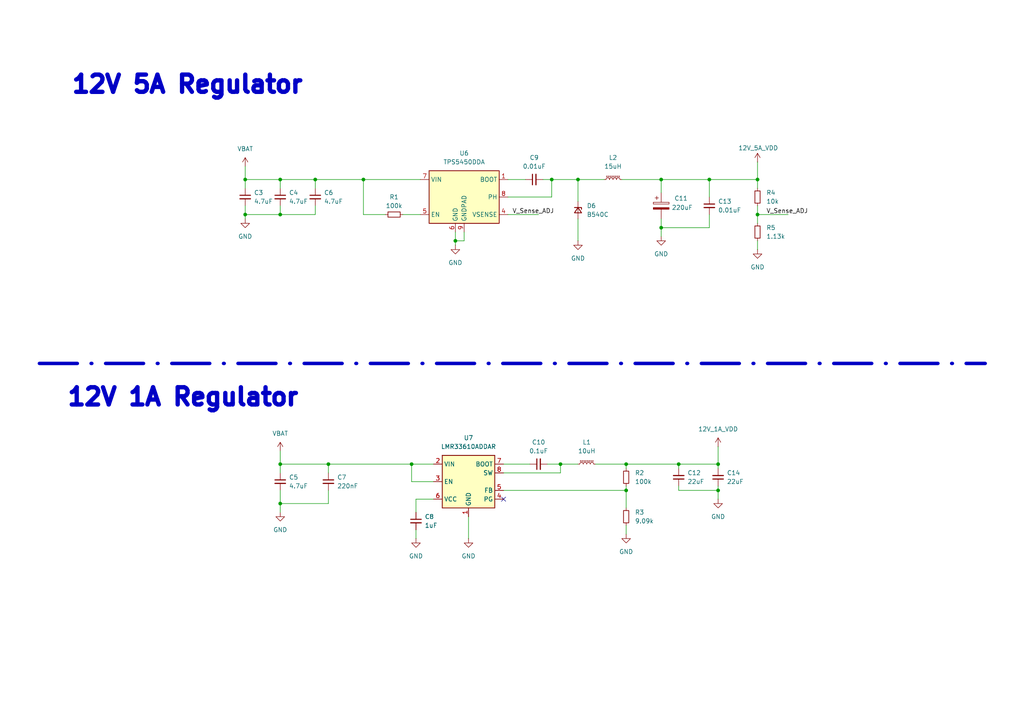
<source format=kicad_sch>
(kicad_sch (version 20250114) (generator "eeschema") (generator_version "9.0")
  (paper "A4")
  (title_block (title "12V Regülatörler") (date "03.05.2025") (rev "Rev2") (company "Dronmarket") (comment 3 "Yusuf Karaböcek") (comment 4 "Designed by"))
  (lib_symbols
    (symbol "Device:C_Polarized" (pin_numbers (hide yes)) (pin_names (offset 0.254))
      (property "Reference" "C" (at 0.635 2.54 0))
      (property "Value" "C_Polarized" (at 0.635 -2.54 0))
      (symbol "C_Polarized_0_1"
        (rectangle (start -2.286 0.508) (end 2.286 1.016))
        (polyline (pts (xy -1.778 2.286) (xy -0.762 2.286)))
        (polyline (pts (xy -1.27 2.794) (xy -1.27 1.778)))
        (rectangle (start 2.286 -0.508) (end -2.286 -1.016) (fill (type outline)))
      )
      (symbol "C_Polarized_1_1"
        (pin passive line (at 0 3.81 270) (length 2.794) (name "~") (number "1"))
        (pin passive line (at 0 -3.81 90) (length 2.794) (name "~") (number "2"))
      )
    )
    (symbol "Device:C_Small" (pin_numbers (hide yes)) (pin_names (offset 0.254) (hide yes))
      (property "Reference" "C" (at 0.254 1.778 0))
      (property "Value" "C_Small" (at 0.254 -2.032 0))
      (symbol "C_Small_0_1"
        (polyline (pts (xy -1.524 0.508) (xy 1.524 0.508)) (stroke (width 0.3048)))
        (polyline (pts (xy -1.524 -0.508) (xy 1.524 -0.508)) (stroke (width 0.3302)))
      )
      (symbol "C_Small_1_1"
        (pin passive line (at 0 2.54 270) (length 2.032) (name "~") (number "1"))
        (pin passive line (at 0 -2.54 90) (length 2.032) (name "~") (number "2"))
      )
    )
    (symbol "Device:D_Zener_Small" (pin_numbers (hide yes)) (pin_names (offset 0.254) (hide yes))
      (property "Reference" "D" (at 0 2.286 0))
      (property "Value" "D_Zener_Small" (at 0 -2.286 0))
      (symbol "D_Zener_Small_0_1"
        (polyline (pts (xy -0.254 1.016) (xy -0.762 1.016) (xy -0.762 -1.016)) (stroke (width 0.254)))
        (polyline (pts (xy 0.762 1.016) (xy -0.762 0) (xy 0.762 -1.016) (xy 0.762 1.016)) (stroke (width 0.254)))
        (polyline (pts (xy 0.762 0) (xy -0.762 0)))
      )
      (symbol "D_Zener_Small_1_1"
        (pin passive line (at -2.54 0 0) (length 1.778) (name "K") (number "1"))
        (pin passive line (at 2.54 0 180) (length 1.778) (name "A") (number "2"))
      )
    )
    (symbol "Device:L_Ferrite_Small" (pin_numbers (hide yes)) (pin_names (offset 0.254) (hide yes))
      (property "Reference" "L" (at 1.27 1.016 0))
      (property "Value" "L_Ferrite_Small" (at 1.27 -1.27 0))
      (symbol "L_Ferrite_Small_0_1"
        (arc (start 0 2.032) (mid 0.5058 1.524) (end 0 1.016))
        (arc (start 0 1.016) (mid 0.5058 0.508) (end 0 0))
        (arc (start 0 0) (mid 0.5058 -0.508) (end 0 -1.016))
        (arc (start 0 -1.016) (mid 0.5058 -1.524) (end 0 -2.032))
        (polyline (pts (xy 0.762 1.651) (xy 0.762 1.905)))
        (polyline (pts (xy 0.762 1.143) (xy 0.762 1.397)))
        (polyline (pts (xy 0.762 0.635) (xy 0.762 0.889)))
        (polyline (pts (xy 0.762 0.127) (xy 0.762 0.381)))
        (polyline (pts (xy 0.762 -0.381) (xy 0.762 -0.127)))
        (polyline (pts (xy 0.762 -0.889) (xy 0.762 -0.635)))
        (polyline (pts (xy 0.762 -1.397) (xy 0.762 -1.143)))
        (polyline (pts (xy 0.762 -1.905) (xy 0.762 -1.651)))
        (polyline (pts (xy 1.016 1.905) (xy 1.016 1.651)))
        (polyline (pts (xy 1.016 1.397) (xy 1.016 1.143)))
        (polyline (pts (xy 1.016 0.889) (xy 1.016 0.635)))
        (polyline (pts (xy 1.016 0.381) (xy 1.016 0.127)))
        (polyline (pts (xy 1.016 -0.127) (xy 1.016 -0.381)))
        (polyline (pts (xy 1.016 -0.635) (xy 1.016 -0.889)))
        (polyline (pts (xy 1.016 -1.143) (xy 1.016 -1.397)))
        (polyline (pts (xy 1.016 -1.651) (xy 1.016 -1.905)))
      )
      (symbol "L_Ferrite_Small_1_1"
        (pin passive line (at 0 2.54 270) (length 0.508) (name "~") (number "1"))
        (pin passive line (at 0 -2.54 90) (length 0.508) (name "~") (number "2"))
      )
    )
    (symbol "Device:R_Small" (pin_numbers (hide yes)) (pin_names (offset 0.254) (hide yes))
      (property "Reference" "R" (at 0.762 0.508 0))
      (property "Value" "R_Small" (at 0.762 -1.016 0))
      (symbol "R_Small_0_1"
        (rectangle (start -0.762 1.778) (end 0.762 -1.778) (stroke (width 0.2032)))
      )
      (symbol "R_Small_1_1"
        (pin passive line (at 0 2.54 270) (length 0.762) (name "~") (number "1"))
        (pin passive line (at 0 -2.54 90) (length 0.762) (name "~") (number "2"))
      )
    )
    (symbol "Regulator_Switching:LMR33610ADDAR"
      (property "Reference" "U" (at 0 11.43 0))
      (property "Value" "LMR33610ADDAR" (at 0 8.89 0))
      (symbol "LMR33610ADDAR_0_1"
        (rectangle (start -7.62 7.62) (end 7.62 -7.62) (stroke (width 0.254)) (fill (type background)))
      )
      (symbol "LMR33610ADDAR_1_1"
        (pin power_in line (at -10.16 5.08 0) (length 2.54) (name "VIN") (number "2"))
        (pin input line (at -10.16 0 0) (length 2.54) (name "EN") (number "3"))
        (pin power_out line (at -10.16 -5.08 0) (length 2.54) (name "VCC") (number "6"))
        (pin power_in line (at 0 -10.16 90) (length 2.54) (name "GND") (number "1"))
        (pin passive line (at 0 -10.16 90) (length 2.54) (hide yes) (name "GND") (number "9"))
        (pin input line (at 10.16 5.08 180) (length 2.54) (name "BOOT") (number "7"))
        (pin output line (at 10.16 2.54 180) (length 2.54) (name "SW") (number "8"))
        (pin input line (at 10.16 -2.54 180) (length 2.54) (name "FB") (number "5"))
        (pin open_collector line (at 10.16 -5.08 180) (length 2.54) (name "PG") (number "4"))
      )
    )
    (symbol "Regulator_Switching:TPS5430DDA"
      (property "Reference" "U" (at -10.16 8.89 0))
      (property "Value" "TPS5430DDA" (at -1.27 8.89 0))
      (symbol "TPS5430DDA_0_1"
        (rectangle (start -10.16 7.62) (end 10.16 -7.62) (stroke (width 0.254)) (fill (type background)))
      )
      (symbol "TPS5430DDA_1_1"
        (pin power_in line (at -12.7 5.08 0) (length 2.54) (name "VIN") (number "7"))
        (pin input line (at -12.7 -5.08 0) (length 2.54) (name "EN") (number "5"))
        (pin no_connect line (at -10.16 2.54 0) (length 2.54) (hide yes) (name "NC") (number "2"))
        (pin no_connect line (at -10.16 -2.54 0) (length 2.54) (hide yes) (name "NC") (number "3"))
        (pin power_in line (at -2.54 -10.16 90) (length 2.54) (name "GND") (number "6"))
        (pin power_in line (at 0 -10.16 90) (length 2.54) (name "GNDPAD") (number "9"))
        (pin input line (at 12.7 5.08 180) (length 2.54) (name "BOOT") (number "1"))
        (pin output line (at 12.7 0 180) (length 2.54) (name "PH") (number "8"))
        (pin input line (at 12.7 -5.08 180) (length 2.54) (name "VSENSE") (number "4"))
      )
    )
    (symbol "power:GND" (power) (pin_numbers (hide yes)) (pin_names (offset 0) (hide yes))
      (property "Value" "GND" (at 0 -3.81 0))
      (symbol "GND_0_1"
        (polyline (pts (xy 0 0) (xy 0 -1.27) (xy 1.27 -1.27) (xy 0 -2.54) (xy -1.27 -1.27) (xy 0 -1.27)))
      )
      (symbol "GND_1_1"
        (pin power_in line (at 0 0 270) (length 0) (name "~") (number "1"))
      )
    )
    (symbol "power:VDD" (power) (pin_numbers (hide yes)) (pin_names (offset 0) (hide yes))
      (property "Value" "VDD" (at 0 3.556 0))
      (symbol "VDD_0_1"
        (polyline (pts (xy -0.762 1.27) (xy 0 2.54)))
        (polyline (pts (xy 0 2.54) (xy 0.762 1.27)))
        (polyline (pts (xy 0 0) (xy 0 2.54)))
      )
      (symbol "VDD_1_1"
        (pin power_in line (at 0 0 90) (length 0) (name "~") (number "1"))
      )
    )
  )
  (text "12V 5A Regulator\n" (at 54.356 24.638 0) (effects (font (size 5 5) (thickness 1.4) (bold yes))))
  (text "12V 1A Regulator\n" (at 53.086 115.316 0) (effects (font (size 5 5) (thickness 1.4) (bold yes))))
  (junction (at 191.77 66.04))
  (junction (at 91.44 52.07))
  (junction (at 162.56 134.62))
  (junction (at 205.74 52.07))
  (junction (at 167.64 52.07))
  (junction (at 81.28 134.62))
  (junction (at 181.61 142.24))
  (junction (at 208.28 142.24))
  (junction (at 81.28 146.05))
  (junction (at 196.85 134.62))
  (junction (at 81.28 52.07))
  (junction (at 81.28 62.23))
  (junction (at 119.38 134.62))
  (junction (at 71.12 52.07))
  (junction (at 181.61 134.62))
  (junction (at 105.41 52.07))
  (junction (at 95.25 134.62))
  (junction (at 160.02 52.07))
  (junction (at 219.71 52.07))
  (junction (at 132.08 69.85))
  (junction (at 71.12 62.23))
  (junction (at 191.77 52.07))
  (junction (at 208.28 134.62))
  (junction (at 219.71 62.23))
  (no_connect (at 146.05 144.78))
  (wire (pts (xy 81.28 146.05) (xy 81.28 148.59)))
  (wire (pts (xy 146.05 134.62) (xy 153.67 134.62)))
  (wire (pts (xy 95.25 146.05) (xy 81.28 146.05)))
  (wire (pts (xy 81.28 62.23) (xy 71.12 62.23)))
  (wire (pts (xy 181.61 140.97) (xy 181.61 142.24)))
  (wire (pts (xy 181.61 134.62) (xy 172.72 134.62)))
  (wire (pts (xy 181.61 135.89) (xy 181.61 134.62)))
  (wire (pts (xy 196.85 135.89) (xy 196.85 134.62)))
  (wire (pts (xy 219.71 52.07) (xy 205.74 52.07)))
  (wire (pts (xy 71.12 48.26) (xy 71.12 52.07)))
  (wire (pts (xy 191.77 63.5) (xy 191.77 66.04)))
  (wire (pts (xy 208.28 140.97) (xy 208.28 142.24)))
  (wire (pts (xy 162.56 137.16) (xy 162.56 134.62)))
  (wire (pts (xy 160.02 52.07) (xy 167.64 52.07)))
  (wire (pts (xy 81.28 59.69) (xy 81.28 62.23)))
  (wire (pts (xy 125.73 139.7) (xy 119.38 139.7)))
  (wire (pts (xy 71.12 54.61) (xy 71.12 52.07)))
  (wire (pts (xy 167.64 63.5) (xy 167.64 69.85)))
  (wire (pts (xy 135.89 149.86) (xy 135.89 156.21)))
  (wire (pts (xy 196.85 140.97) (xy 196.85 142.24)))
  (wire (pts (xy 81.28 52.07) (xy 91.44 52.07)))
  (wire (pts (xy 146.05 142.24) (xy 181.61 142.24)))
  (wire (pts (xy 158.75 134.62) (xy 162.56 134.62)))
  (wire (pts (xy 95.25 134.62) (xy 119.38 134.62)))
  (wire (pts (xy 219.71 69.85) (xy 219.71 72.39)))
  (wire (pts (xy 167.64 52.07) (xy 167.64 58.42)))
  (wire (pts (xy 219.71 46.99) (xy 219.71 52.07)))
  (wire (pts (xy 208.28 135.89) (xy 208.28 134.62)))
  (wire (pts (xy 147.32 52.07) (xy 152.4 52.07)))
  (wire (pts (xy 147.32 57.15) (xy 160.02 57.15)))
  (wire (pts (xy 121.92 52.07) (xy 105.41 52.07)))
  (wire (pts (xy 146.05 137.16) (xy 162.56 137.16)))
  (wire (pts (xy 205.74 66.04) (xy 191.77 66.04)))
  (wire (pts (xy 120.65 144.78) (xy 125.73 144.78)))
  (wire (pts (xy 81.28 142.24) (xy 81.28 146.05)))
  (wire (pts (xy 162.56 134.62) (xy 167.64 134.62)))
  (wire (pts (xy 71.12 62.23) (xy 71.12 63.5)))
  (wire (pts (xy 196.85 142.24) (xy 208.28 142.24)))
  (wire (pts (xy 119.38 134.62) (xy 125.73 134.62)))
  (wire (pts (xy 105.41 52.07) (xy 91.44 52.07)))
  (wire (pts (xy 105.41 62.23) (xy 105.41 52.07)))
  (wire (pts (xy 132.08 67.31) (xy 132.08 69.85)))
  (wire (pts (xy 191.77 66.04) (xy 191.77 68.58)))
  (wire (pts (xy 147.32 62.23) (xy 156.21 62.23)))
  (wire (pts (xy 205.74 52.07) (xy 191.77 52.07)))
  (wire (pts (xy 111.76 62.23) (xy 105.41 62.23)))
  (wire (pts (xy 205.74 62.23) (xy 205.74 66.04)))
  (wire (pts (xy 181.61 142.24) (xy 181.61 147.32)))
  (wire (pts (xy 205.74 57.15) (xy 205.74 52.07)))
  (wire (pts (xy 95.25 137.16) (xy 95.25 134.62)))
  (polyline (pts (xy 11.43 105.41) (xy 285.75 105.41)) (stroke (width 1) (type dash_dot)))
  (wire (pts (xy 219.71 62.23) (xy 219.71 64.77)))
  (wire (pts (xy 219.71 62.23) (xy 228.6 62.23)))
  (wire (pts (xy 91.44 62.23) (xy 81.28 62.23)))
  (wire (pts (xy 181.61 152.4) (xy 181.61 154.94)))
  (wire (pts (xy 95.25 134.62) (xy 81.28 134.62)))
  (wire (pts (xy 167.64 52.07) (xy 175.26 52.07)))
  (wire (pts (xy 71.12 59.69) (xy 71.12 62.23)))
  (wire (pts (xy 116.84 62.23) (xy 121.92 62.23)))
  (wire (pts (xy 134.62 69.85) (xy 132.08 69.85)))
  (wire (pts (xy 120.65 153.67) (xy 120.65 156.21)))
  (wire (pts (xy 196.85 134.62) (xy 181.61 134.62)))
  (wire (pts (xy 208.28 134.62) (xy 196.85 134.62)))
  (wire (pts (xy 71.12 52.07) (xy 81.28 52.07)))
  (wire (pts (xy 180.34 52.07) (xy 191.77 52.07)))
  (wire (pts (xy 160.02 57.15) (xy 160.02 52.07)))
  (wire (pts (xy 81.28 54.61) (xy 81.28 52.07)))
  (wire (pts (xy 119.38 139.7) (xy 119.38 134.62)))
  (wire (pts (xy 219.71 54.61) (xy 219.71 52.07)))
  (wire (pts (xy 134.62 67.31) (xy 134.62 69.85)))
  (wire (pts (xy 91.44 59.69) (xy 91.44 62.23)))
  (wire (pts (xy 208.28 129.54) (xy 208.28 134.62)))
  (wire (pts (xy 81.28 130.81) (xy 81.28 134.62)))
  (wire (pts (xy 91.44 52.07) (xy 91.44 54.61)))
  (wire (pts (xy 120.65 148.59) (xy 120.65 144.78)))
  (wire (pts (xy 219.71 59.69) (xy 219.71 62.23)))
  (wire (pts (xy 157.48 52.07) (xy 160.02 52.07)))
  (wire (pts (xy 132.08 69.85) (xy 132.08 71.12)))
  (wire (pts (xy 208.28 142.24) (xy 208.28 144.78)))
  (wire (pts (xy 191.77 52.07) (xy 191.77 55.88)))
  (wire (pts (xy 95.25 142.24) (xy 95.25 146.05)))
  (wire (pts (xy 81.28 134.62) (xy 81.28 137.16)))
  (label "V_Sense_ADJ" (at 222.25 62.23 0))
  (label "V_Sense_ADJ" (at 148.59 62.23 0))
  (symbol (lib_id "power:GND") (at 81.28 148.59 0) (unit 1)
    (property "Reference" "#PWR024" (effects (hide yes)))
    (property "Value" "GND" (at 81.28 153.67 0))
    (property "Description" "Power symbol creates a global label with name \"GND\" , ground" (effects (hide yes)))
  )
  (symbol (lib_id "power:VDD") (at 219.71 46.99 0) (unit 1)
    (property "Reference" "#PWR033" (effects (hide yes)))
    (property "Value" "12V_5A_VDD" (at 214.122 42.926 0) (effects (justify left)))
    (property "Description" "Power symbol creates a global label with name \"VDD\"" (effects (hide yes)))
  )
  (symbol (lib_id "Device:C_Small") (at 205.74 59.69 0) (unit 1)
    (property "Reference" "C13" (at 208.28 58.4262 0) (effects (justify left)))
    (property "Value" "0.01uF" (at 208.28 60.9662 0) (effects (justify left)))
    (property "Footprint" "Capacitor_SMD:C_0603_1608Metric_Pad1.08x0.95mm_HandSolder" (effects (hide yes)))
    (property "Description" "Unpolarized capacitor, small symbol" (effects (hide yes)))
  )
  (symbol (lib_id "Device:C_Small") (at 91.44 57.15 0) (unit 1)
    (property "Reference" "C6" (at 93.98 55.8862 0) (effects (justify left)))
    (property "Value" "4.7uF" (at 93.98 58.4262 0) (effects (justify left)))
    (property "Footprint" "Capacitor_SMD:C_0603_1608Metric_Pad1.08x0.95mm_HandSolder" (effects (hide yes)))
    (property "Description" "Unpolarized capacitor, small symbol" (effects (hide yes)))
  )
  (symbol (lib_id "Device:C_Small") (at 154.94 52.07 90) (unit 1)
    (property "Reference" "C9" (at 154.9463 45.72 90))
    (property "Value" "0.01uF" (at 154.9463 48.26 90))
    (property "Footprint" "Capacitor_SMD:C_0603_1608Metric_Pad1.08x0.95mm_HandSolder" (effects (hide yes)))
    (property "Description" "Unpolarized capacitor, small symbol" (effects (hide yes)))
  )
  (symbol (lib_id "Device:C_Small") (at 71.12 57.15 0) (unit 1)
    (property "Reference" "C3" (at 73.66 55.8862 0) (effects (justify left)))
    (property "Value" "4.7uF" (at 73.66 58.4262 0) (effects (justify left)))
    (property "Footprint" "Capacitor_SMD:C_0603_1608Metric_Pad1.08x0.95mm_HandSolder" (effects (hide yes)))
    (property "Description" "Unpolarized capacitor, small symbol" (effects (hide yes)))
  )
  (symbol (lib_id "Device:D_Zener_Small") (at 167.64 60.96 270) (unit 1)
    (property "Reference" "D6" (at 170.18 59.6899 90) (effects (justify left)))
    (property "Value" "B540C" (at 170.18 62.2299 90) (effects (justify left)))
    (property "Footprint" "Diode_SMD:D_SMA" (effects (hide yes)))
    (property "Description" "Zener diode, small symbol" (effects (hide yes)))
  )
  (symbol (lib_id "power:GND") (at 167.64 69.85 0) (unit 1)
    (property "Reference" "#PWR028" (effects (hide yes)))
    (property "Value" "GND" (at 167.64 74.93 0))
    (property "Description" "Power symbol creates a global label with name \"GND\" , ground" (effects (hide yes)))
  )
  (symbol (lib_id "power:GND") (at 132.08 71.12 0) (unit 1)
    (property "Reference" "#PWR026" (effects (hide yes)))
    (property "Value" "GND" (at 132.08 76.2 0))
    (property "Description" "Power symbol creates a global label with name \"GND\" , ground" (effects (hide yes)))
  )
  (symbol (lib_id "Device:C_Small") (at 95.25 139.7 0) (unit 1)
    (property "Reference" "C7" (at 97.79 138.4362 0) (effects (justify left)))
    (property "Value" "220nF" (at 97.79 140.9762 0) (effects (justify left)))
    (property "Footprint" "Capacitor_SMD:C_0603_1608Metric_Pad1.08x0.95mm_HandSolder" (effects (hide yes)))
    (property "Description" "Unpolarized capacitor, small symbol" (effects (hide yes)))
  )
  (symbol (lib_id "Device:R_Small") (at 181.61 138.43 0) (unit 1)
    (property "Reference" "R2" (at 184.15 137.1599 0) (effects (justify left)))
    (property "Value" "100k" (at 184.15 139.6999 0) (effects (justify left)))
    (property "Footprint" "Resistor_SMD:R_0603_1608Metric_Pad0.98x0.95mm_HandSolder" (effects (hide yes)))
    (property "Description" "Resistor, small symbol" (effects (hide yes)))
  )
  (symbol (lib_id "Device:C_Small") (at 81.28 57.15 0) (unit 1)
    (property "Reference" "C4" (at 83.82 55.8862 0) (effects (justify left)))
    (property "Value" "4.7uF" (at 83.82 58.4262 0) (effects (justify left)))
    (property "Footprint" "Capacitor_SMD:C_0603_1608Metric_Pad1.08x0.95mm_HandSolder" (effects (hide yes)))
    (property "Description" "Unpolarized capacitor, small symbol" (effects (hide yes)))
  )
  (symbol (lib_id "Device:L_Ferrite_Small") (at 177.8 52.07 90) (unit 1)
    (property "Reference" "L2" (at 177.8 45.72 90))
    (property "Value" "15uH" (at 177.8 48.26 90))
    (property "Footprint" "Inductor_SMD:L_7.3x7.3_H3.5" (effects (hide yes)))
    (property "Description" "Inductor with ferrite core, small symbol" (effects (hide yes)))
  )
  (symbol (lib_id "power:VDD") (at 71.12 48.26 0) (unit 1)
    (property "Reference" "#PWR021" (effects (hide yes)))
    (property "Value" "VBAT" (at 71.12 43.18 0))
    (property "Description" "Power symbol creates a global label with name \"VDD\"" (effects (hide yes)))
  )
  (symbol (lib_id "power:VDD") (at 81.28 130.81 0) (unit 1)
    (property "Reference" "#PWR023" (effects (hide yes)))
    (property "Value" "VBAT" (at 81.28 125.73 0))
    (property "Description" "Power symbol creates a global label with name \"VDD\"" (effects (hide yes)))
  )
  (symbol (lib_id "Device:R_Small") (at 114.3 62.23 90) (unit 1)
    (property "Reference" "R1" (at 114.3 57.15 90))
    (property "Value" "100k" (at 114.3 59.69 90))
    (property "Footprint" "Resistor_SMD:R_0603_1608Metric_Pad0.98x0.95mm_HandSolder" (effects (hide yes)))
    (property "Description" "Resistor, small symbol" (effects (hide yes)))
  )
  (symbol (lib_id "Device:C_Small") (at 81.28 139.7 0) (unit 1)
    (property "Reference" "C5" (at 83.82 138.4362 0) (effects (justify left)))
    (property "Value" "4.7uF" (at 83.82 140.9762 0) (effects (justify left)))
    (property "Footprint" "Capacitor_SMD:C_1206_3216Metric_Pad1.33x1.80mm_HandSolder" (effects (hide yes)))
    (property "Description" "Unpolarized capacitor, small symbol" (effects (hide yes)))
  )
  (symbol (lib_id "power:GND") (at 71.12 63.5 0) (unit 1)
    (property "Reference" "#PWR022" (effects (hide yes)))
    (property "Value" "GND" (at 71.12 68.58 0))
    (property "Description" "Power symbol creates a global label with name \"GND\" , ground" (effects (hide yes)))
  )
  (symbol (lib_id "power:GND") (at 208.28 144.78 0) (unit 1)
    (property "Reference" "#PWR032" (effects (hide yes)))
    (property "Value" "GND" (at 208.28 149.86 0))
    (property "Description" "Power symbol creates a global label with name \"GND\" , ground" (effects (hide yes)))
  )
  (symbol (lib_id "Device:R_Small") (at 181.61 149.86 0) (unit 1)
    (property "Reference" "R3" (at 184.15 148.5899 0) (effects (justify left)))
    (property "Value" "9.09k" (at 184.15 151.1299 0) (effects (justify left)))
    (property "Footprint" "Resistor_SMD:R_0603_1608Metric_Pad0.98x0.95mm_HandSolder" (effects (hide yes)))
    (property "Description" "Resistor, small symbol" (effects (hide yes)))
  )
  (symbol (lib_id "Device:C_Small") (at 208.28 138.43 180) (unit 1)
    (property "Reference" "C14" (at 210.82 137.1535 0) (effects (justify right)))
    (property "Value" "22uF" (at 210.82 139.6935 0) (effects (justify right)))
    (property "Footprint" "Capacitor_SMD:C_1206_3216Metric_Pad1.33x1.80mm_HandSolder" (effects (hide yes)))
    (property "Description" "Unpolarized capacitor, small symbol" (effects (hide yes)))
  )
  (symbol (lib_id "Device:L_Ferrite_Small") (at 170.18 134.62 90) (unit 1)
    (property "Reference" "L1" (at 170.18 128.27 90))
    (property "Value" "10uH" (at 170.18 130.81 90))
    (property "Footprint" "Inductor_SMD:L_7.3x7.3_H3.5" (effects (hide yes)))
    (property "Description" "Inductor with ferrite core, small symbol" (effects (hide yes)))
  )
  (symbol (lib_id "Device:C_Polarized") (at 191.77 59.69 0) (unit 1)
    (property "Reference" "C11" (at 195.58 57.5309 0) (effects (justify left)))
    (property "Value" "220uF" (at 194.818 60.198 0) (effects (justify left)))
    (property "Footprint" "Capacitor_Tantalum_SMD:CP_EIA-7343-43_Kemet-X_HandSolder" (effects (hide yes)))
    (property "Description" "Polarized capacitor" (effects (hide yes)))
  )
  (symbol (lib_id "Device:C_Small") (at 196.85 138.43 180) (unit 1)
    (property "Reference" "C12" (at 199.39 137.1535 0) (effects (justify right)))
    (property "Value" "22uF" (at 199.39 139.6935 0) (effects (justify right)))
    (property "Footprint" "Capacitor_SMD:C_1206_3216Metric_Pad1.33x1.80mm_HandSolder" (effects (hide yes)))
    (property "Description" "Unpolarized capacitor, small symbol" (effects (hide yes)))
  )
  (symbol (lib_id "power:VDD") (at 208.28 129.54 0) (unit 1)
    (property "Reference" "#PWR031" (effects (hide yes)))
    (property "Value" "12V_1A_VDD" (at 208.28 124.46 0))
    (property "Description" "Power symbol creates a global label with name \"VDD\"" (effects (hide yes)))
  )
  (symbol (lib_id "Regulator_Switching:TPS5430DDA") (at 134.62 57.15 0) (unit 1)
    (property "Reference" "U6" (at 134.62 44.45 0))
    (property "Value" "TPS5450DDA" (at 134.62 46.99 0))
    (property "Footprint" "Package_SO:TI_SO-PowerPAD-8_ThermalVias" (effects (hide yes)))
    (property "Datasheet" "http://www.ti.com/lit/ds/symlink/tps5430.pdf" (effects (hide yes)))
    (property "Description" "3A, Step Down Swift Converter, Adjustable Output Voltage, 5.5-36V Input Voltage, PowerSO-8" (effects (hide yes)))
  )
  (symbol (lib_id "Device:R_Small") (at 219.71 67.31 180) (unit 1)
    (property "Reference" "R5" (at 222.25 66.0399 0) (effects (justify right)))
    (property "Value" "1.13k" (at 222.25 68.5799 0) (effects (justify right)))
    (property "Footprint" "Resistor_SMD:R_0603_1608Metric_Pad0.98x0.95mm_HandSolder" (effects (hide yes)))
    (property "Description" "Resistor, small symbol" (effects (hide yes)))
  )
  (symbol (lib_id "Device:C_Small") (at 120.65 151.13 0) (unit 1)
    (property "Reference" "C8" (at 123.19 149.8662 0) (effects (justify left)))
    (property "Value" "1uF" (at 123.19 152.4062 0) (effects (justify left)))
    (property "Footprint" "Capacitor_SMD:C_0603_1608Metric_Pad1.08x0.95mm_HandSolder" (effects (hide yes)))
    (property "Description" "Unpolarized capacitor, small symbol" (effects (hide yes)))
  )
  (symbol (lib_id "Device:R_Small") (at 219.71 57.15 0) (unit 1)
    (property "Reference" "R4" (at 222.25 55.8799 0) (effects (justify left)))
    (property "Value" "10k" (at 222.25 58.4199 0) (effects (justify left)))
    (property "Footprint" "Resistor_SMD:R_0603_1608Metric_Pad0.98x0.95mm_HandSolder" (effects (hide yes)))
    (property "Description" "Resistor, small symbol" (effects (hide yes)))
  )
  (symbol (lib_id "power:GND") (at 181.61 154.94 0) (unit 1)
    (property "Reference" "#PWR029" (effects (hide yes)))
    (property "Value" "GND" (at 181.61 160.02 0))
    (property "Description" "Power symbol creates a global label with name \"GND\" , ground" (effects (hide yes)))
  )
  (symbol (lib_id "power:GND") (at 120.65 156.21 0) (unit 1)
    (property "Reference" "#PWR025" (effects (hide yes)))
    (property "Value" "GND" (at 120.65 161.29 0))
    (property "Description" "Power symbol creates a global label with name \"GND\" , ground" (effects (hide yes)))
  )
  (symbol (lib_id "power:GND") (at 219.71 72.39 0) (unit 1)
    (property "Reference" "#PWR034" (effects (hide yes)))
    (property "Value" "GND" (at 219.71 77.47 0))
    (property "Description" "Power symbol creates a global label with name \"GND\" , ground" (effects (hide yes)))
  )
  (symbol (lib_id "power:GND") (at 135.89 156.21 0) (unit 1)
    (property "Reference" "#PWR027" (effects (hide yes)))
    (property "Value" "GND" (at 135.89 161.29 0))
    (property "Description" "Power symbol creates a global label with name \"GND\" , ground" (effects (hide yes)))
  )
  (symbol (lib_id "Regulator_Switching:LMR33610ADDAR") (at 135.89 139.7 0) (unit 1)
    (property "Reference" "U7" (at 135.89 127 0))
    (property "Value" "LMR33610ADDAR" (at 135.89 129.54 0))
    (property "Footprint" "Package_SO:Texas_HSOP-8-1EP_3.9x4.9mm_P1.27mm_ThermalVias" (effects (hide yes)))
    (property "Datasheet" "http://www.ti.com/lit/ds/symlink/lmr33610.pdf" (effects (hide yes)))
    (property "Description" "Simple Switcher Synchronous Buck Regulator, Vin=3.8-36V, Iout=1A, F=400kHz, Adjustable output voltage, HSOP-8" (effects (hide yes)))
  )
  (symbol (lib_id "power:GND") (at 191.77 68.58 0) (unit 1)
    (property "Reference" "#PWR030" (effects (hide yes)))
    (property "Value" "GND" (at 191.77 73.66 0))
    (property "Description" "Power symbol creates a global label with name \"GND\" , ground" (effects (hide yes)))
  )
  (symbol (lib_id "Device:C_Small") (at 156.21 134.62 90) (unit 1)
    (property "Reference" "C10" (at 156.2163 128.27 90))
    (property "Value" "0.1uF" (at 156.2163 130.81 90))
    (property "Footprint" "Capacitor_SMD:C_0603_1608Metric_Pad1.08x0.95mm_HandSolder" (effects (hide yes)))
    (property "Description" "Unpolarized capacitor, small symbol" (effects (hide yes)))
  )
)
</source>
